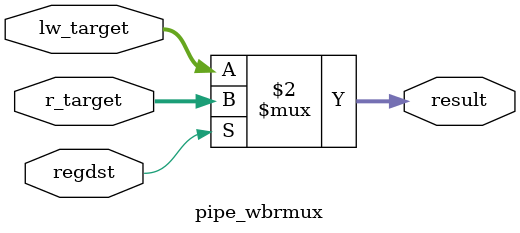
<source format=v>
module pipe_wbrmux(regdst,lw_target,r_target,result);
	input 			regdst;
	input [4:0]		lw_target;
	input [4:0]		r_target;

	output [4:0]	result;

	assign result=(regdst==0)?lw_target:r_target;

	
endmodule
</source>
